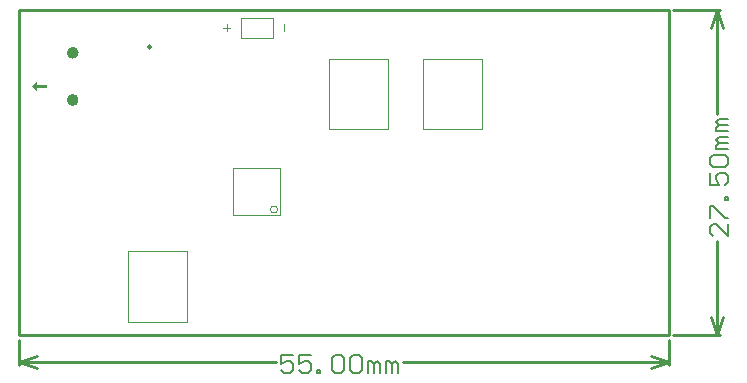
<source format=gko>
G04*
G04 #@! TF.GenerationSoftware,Altium Limited,Altium Designer,20.0.2 (26)*
G04*
G04 Layer_Color=16711935*
%FSLAX25Y25*%
%MOIN*%
G70*
G01*
G75*
%ADD10C,0.01000*%
%ADD11C,0.00600*%
%ADD12C,0.00394*%
%ADD13C,0.01968*%
G36*
X115444Y189702D02*
X112334D01*
D01*
X112295D01*
Y190726D01*
X110385Y189171D01*
X112334Y187616D01*
Y188758D01*
X115444Y188797D01*
Y189702D01*
D02*
G37*
D10*
X324335Y214567D02*
X339976D01*
X324335Y106299D02*
X339976D01*
X338976Y179927D02*
Y214567D01*
Y106299D02*
Y137739D01*
X336976Y208567D02*
X338976Y214567D01*
X340976Y208567D01*
X338976Y106299D02*
X340976Y112299D01*
X336976D02*
X338976Y106299D01*
X322835Y96244D02*
Y104799D01*
X106299Y96244D02*
Y104799D01*
X234061Y97244D02*
X322835D01*
X106299D02*
X191873D01*
X316835Y99244D02*
X322835Y97244D01*
X316835Y95244D02*
X322835Y97244D01*
X106299D02*
X112299Y95244D01*
X106299Y97244D02*
X112299Y99244D01*
X322835Y106299D02*
Y214567D01*
X106299Y106299D02*
X322835D01*
X106299Y214567D02*
X322835D01*
X106299Y106299D02*
Y214567D01*
X150196Y202350D02*
G03*
X150196Y202350I-492J0D01*
G01*
D11*
X342575Y143338D02*
Y139339D01*
X338577Y143338D01*
X337577D01*
X336577Y142338D01*
Y140339D01*
X337577Y139339D01*
X336577Y145337D02*
Y149336D01*
X337577D01*
X341576Y145337D01*
X342575D01*
Y151336D02*
X341576D01*
Y152335D01*
X342575D01*
Y151336D01*
X336577Y160333D02*
Y156334D01*
X339576D01*
X338577Y158333D01*
Y159333D01*
X339576Y160333D01*
X341576D01*
X342575Y159333D01*
Y157334D01*
X341576Y156334D01*
X337577Y162332D02*
X336577Y163332D01*
Y165331D01*
X337577Y166331D01*
X341576D01*
X342575Y165331D01*
Y163332D01*
X341576Y162332D01*
X337577D01*
X342575Y168330D02*
X338577D01*
Y169330D01*
X339576Y170329D01*
X342575D01*
X339576D01*
X338577Y171329D01*
X339576Y172329D01*
X342575D01*
Y174328D02*
X338577D01*
Y175328D01*
X339576Y176327D01*
X342575D01*
X339576D01*
X338577Y177327D01*
X339576Y178327D01*
X342575D01*
X197472Y99643D02*
X193473D01*
Y96644D01*
X195473Y97644D01*
X196472D01*
X197472Y96644D01*
Y94645D01*
X196472Y93645D01*
X194473D01*
X193473Y94645D01*
X203470Y99643D02*
X199471D01*
Y96644D01*
X201471Y97644D01*
X202470D01*
X203470Y96644D01*
Y94645D01*
X202470Y93645D01*
X200471D01*
X199471Y94645D01*
X205469Y93645D02*
Y94645D01*
X206469D01*
Y93645D01*
X205469D01*
X210468Y98643D02*
X211467Y99643D01*
X213467D01*
X214466Y98643D01*
Y94645D01*
X213467Y93645D01*
X211467D01*
X210468Y94645D01*
Y98643D01*
X216466D02*
X217465Y99643D01*
X219465D01*
X220464Y98643D01*
Y94645D01*
X219465Y93645D01*
X217465D01*
X216466Y94645D01*
Y98643D01*
X222464Y93645D02*
Y97644D01*
X223464D01*
X224463Y96644D01*
Y93645D01*
Y96644D01*
X225463Y97644D01*
X226463Y96644D01*
Y93645D01*
X228462D02*
Y97644D01*
X229462D01*
X230461Y96644D01*
Y93645D01*
Y96644D01*
X231461Y97644D01*
X232461Y96644D01*
Y93645D01*
D12*
X192421Y148130D02*
G03*
X192421Y148130I-1181J0D01*
G01*
X177461Y146161D02*
X193209D01*
X177461Y161909D02*
X193209D01*
Y146161D02*
Y161909D01*
X177461Y146161D02*
Y161909D01*
X240768Y174803D02*
X260453D01*
X240768Y198425D02*
X260453D01*
X240768Y174803D02*
Y198425D01*
X260453Y174803D02*
Y198425D01*
X209626D02*
X229311D01*
X209626Y174803D02*
X229311D01*
Y198425D01*
X209626Y174803D02*
Y198425D01*
X190945Y205413D02*
Y211910D01*
X180315Y205413D02*
X190945D01*
X180315D02*
Y211910D01*
X190945D01*
X142520Y134315D02*
X162205D01*
X142520Y110693D02*
X162205D01*
Y134315D01*
X142520Y110693D02*
Y134315D01*
X194685Y207480D02*
Y209842D01*
X174213Y208661D02*
X176575D01*
X175394Y207480D02*
Y209842D01*
D13*
X125098Y184634D02*
G03*
X125098Y184634I-984J0D01*
G01*
Y200382D02*
G03*
X125098Y200382I-984J0D01*
G01*
M02*

</source>
